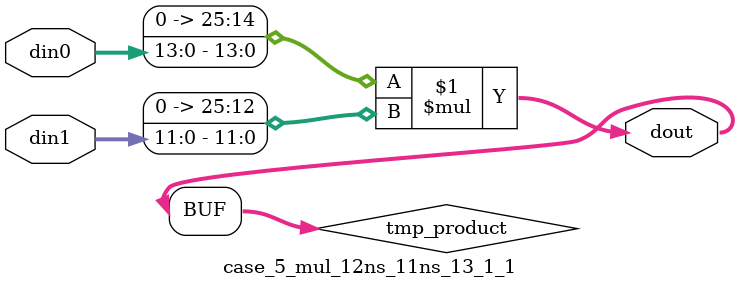
<source format=v>

`timescale 1 ns / 1 ps

 (* use_dsp = "no" *)  module case_5_mul_12ns_11ns_13_1_1(din0, din1, dout);
parameter ID = 1;
parameter NUM_STAGE = 0;
parameter din0_WIDTH = 14;
parameter din1_WIDTH = 12;
parameter dout_WIDTH = 26;

input [din0_WIDTH - 1 : 0] din0; 
input [din1_WIDTH - 1 : 0] din1; 
output [dout_WIDTH - 1 : 0] dout;

wire signed [dout_WIDTH - 1 : 0] tmp_product;
























assign tmp_product = $signed({1'b0, din0}) * $signed({1'b0, din1});











assign dout = tmp_product;





















endmodule

</source>
